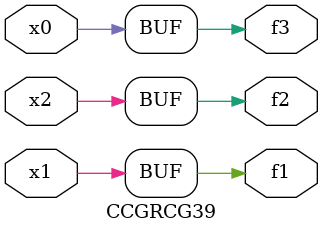
<source format=v>
module CCGRCG39(
	input x0, x1, x2,
	output f1, f2, f3
);
	assign f1 = x1;
	assign f2 = x2;
	assign f3 = x0;
endmodule

</source>
